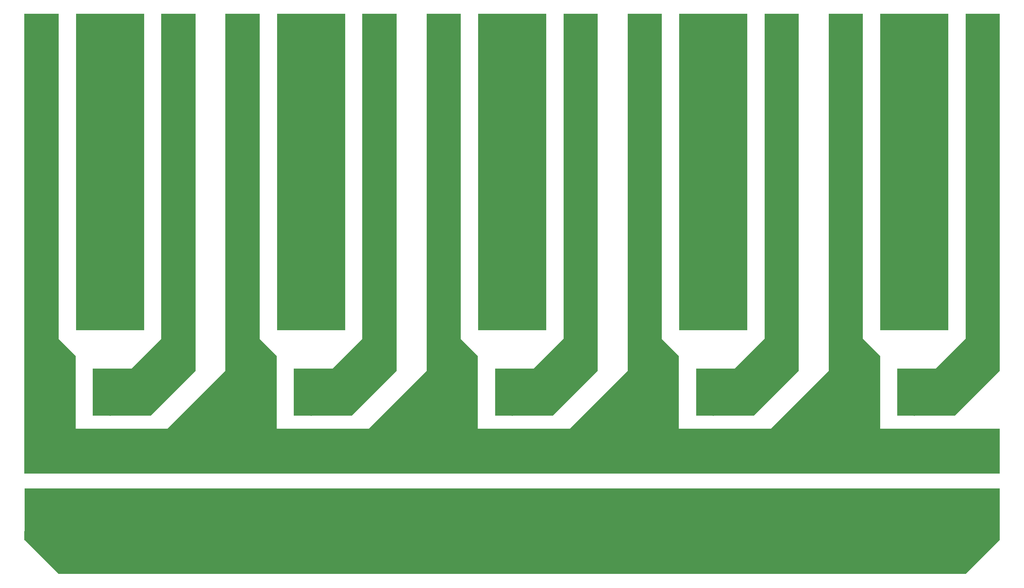
<source format=gbl>
G04*
G04 #@! TF.GenerationSoftware,Altium Limited,Altium Designer,18.1.7 (191)*
G04*
G04 Layer_Physical_Order=2*
G04 Layer_Color=16711680*
%FSLAX44Y44*%
%MOMM*%
G71*
G01*
G75*
%ADD21R,8.0000X8.0000*%
%ADD22C,2.0000*%
%ADD23O,2.4000X4.0000*%
%ADD24O,2.4000X2.6000*%
%ADD25R,16.0000X74.0000*%
%ADD26R,40.0000X12.0000*%
%ADD27R,47.5000X12.0000*%
G36*
X2715000Y1425000D02*
X2610000Y1320000D01*
Y1320000D01*
X2475000D01*
Y1430000D01*
X2565000D01*
X2635000Y1500000D01*
Y2260000D01*
X2715000D01*
Y1425000D01*
D02*
G37*
G36*
X2245000D02*
X2140000Y1320000D01*
Y1320000D01*
X2005000D01*
Y1430000D01*
X2095000D01*
X2165000Y1500000D01*
Y2260000D01*
X2245000D01*
Y1425000D01*
D02*
G37*
G36*
X1775000D02*
X1670000Y1320000D01*
Y1320000D01*
X1535000D01*
Y1430000D01*
X1625000D01*
X1695000Y1500000D01*
Y2260000D01*
X1775000D01*
Y1425000D01*
D02*
G37*
G36*
X1305000D02*
X1200000Y1320000D01*
Y1320000D01*
X1065000D01*
Y1430000D01*
X1155000D01*
X1225000Y1500000D01*
Y2260000D01*
X1305000D01*
Y1425000D01*
D02*
G37*
G36*
X835000D02*
X730000Y1320000D01*
Y1320000D01*
X595000D01*
Y1430000D01*
X685000D01*
X755000Y1500000D01*
Y2260000D01*
X835000D01*
Y1425000D01*
D02*
G37*
G36*
X2395000Y1500000D02*
X2435000Y1460000D01*
Y1290000D01*
X2650000D01*
X2715000Y1290000D01*
X2715000Y1185000D01*
X2320000Y1185000D01*
Y1185000D01*
X1850000Y1185000D01*
Y1185000D01*
X1380000Y1185000D01*
Y1185000D01*
X910000Y1185000D01*
Y1185000D01*
X435000Y1185000D01*
Y2260000D01*
X515000D01*
Y1500000D01*
X555000Y1460000D01*
Y1290000D01*
X770000D01*
X905000Y1425000D01*
Y2260000D01*
X985000D01*
Y1500000D01*
X1025000Y1460000D01*
Y1290000D01*
X1240000D01*
X1375000Y1425000D01*
X1375000Y2260000D01*
X1455000D01*
Y1500000D01*
X1495000Y1460000D01*
Y1290000D01*
X1710000D01*
X1845000Y1425000D01*
X1845000Y2260000D01*
X1925000D01*
Y1500000D01*
X1965000Y1460000D01*
Y1290000D01*
X2180000D01*
X2315000Y1425000D01*
X2315000Y2260000D01*
X2395000D01*
Y1500000D01*
D02*
G37*
G36*
X2715000Y1030000D02*
X2635000Y950000D01*
X515000Y950000D01*
X435000Y1030000D01*
Y1050000D01*
X2715000Y1050000D01*
X2715000Y1030000D01*
D02*
G37*
D21*
X490000Y1090000D02*
D03*
X490000Y1235000D02*
D03*
X2660000D02*
D03*
Y1090000D02*
D03*
D22*
X2452500Y1560000D02*
D03*
X2377500D02*
D03*
X2652500Y2240000D02*
D03*
X2577500D02*
D03*
X2652500Y2070000D02*
D03*
X2577500D02*
D03*
X2655000Y1900000D02*
D03*
X2580000D02*
D03*
X2652500Y1730000D02*
D03*
X2577500D02*
D03*
X2652500Y1560000D02*
D03*
X2577500D02*
D03*
X2452500Y2240000D02*
D03*
X2377500D02*
D03*
X2452500Y1730000D02*
D03*
X2377500D02*
D03*
X2452500Y2070000D02*
D03*
X2377500D02*
D03*
X2452500Y1900000D02*
D03*
X2377500D02*
D03*
X1982500Y1560000D02*
D03*
X1907500D02*
D03*
X2182500Y2240000D02*
D03*
X2107500D02*
D03*
X2182500Y2070000D02*
D03*
X2107500D02*
D03*
X2185000Y1900000D02*
D03*
X2110000D02*
D03*
X2182500Y1730000D02*
D03*
X2107500D02*
D03*
X2182500Y1560000D02*
D03*
X2107500D02*
D03*
X1982500Y2240000D02*
D03*
X1907500D02*
D03*
X1982500Y1730000D02*
D03*
X1907500D02*
D03*
X1982500Y2070000D02*
D03*
X1907500D02*
D03*
X1982500Y1900000D02*
D03*
X1907500D02*
D03*
X1512500Y1560000D02*
D03*
X1437500D02*
D03*
X1712500Y2240000D02*
D03*
X1637500D02*
D03*
X1712500Y2070000D02*
D03*
X1637500D02*
D03*
X1715000Y1900000D02*
D03*
X1640000D02*
D03*
X1712500Y1730000D02*
D03*
X1637500D02*
D03*
X1712500Y1560000D02*
D03*
X1637500D02*
D03*
X1512500Y2240000D02*
D03*
X1437500D02*
D03*
X1512500Y1730000D02*
D03*
X1437500D02*
D03*
X1512500Y2070000D02*
D03*
X1437500D02*
D03*
X1512500Y1900000D02*
D03*
X1437500D02*
D03*
X1042500Y1560000D02*
D03*
X967500D02*
D03*
X1242500Y2240000D02*
D03*
X1167500D02*
D03*
X1242500Y2070000D02*
D03*
X1167500D02*
D03*
X1245000Y1900000D02*
D03*
X1170000D02*
D03*
X1242500Y1730000D02*
D03*
X1167500D02*
D03*
X1242500Y1560000D02*
D03*
X1167500D02*
D03*
X1042500Y2240000D02*
D03*
X967500D02*
D03*
X1042500Y1730000D02*
D03*
X967500D02*
D03*
X1042500Y2070000D02*
D03*
X967500D02*
D03*
X1042500Y1900000D02*
D03*
X967500D02*
D03*
X772500Y1560000D02*
D03*
X697500D02*
D03*
X772500Y1730000D02*
D03*
X697500D02*
D03*
X775000Y1900000D02*
D03*
X700000D02*
D03*
X772500Y2070000D02*
D03*
X697500D02*
D03*
X772500Y2240000D02*
D03*
X697500D02*
D03*
X572500Y1560000D02*
D03*
X497500D02*
D03*
X572500Y1730000D02*
D03*
X497500D02*
D03*
X572500Y1900000D02*
D03*
X497500D02*
D03*
X572500Y2070000D02*
D03*
X497500D02*
D03*
X572500Y2240000D02*
D03*
X497500D02*
D03*
D23*
X2515000Y1340000D02*
D03*
Y1125000D02*
D03*
X2045000Y1340000D02*
D03*
Y1125000D02*
D03*
X1575000Y1340000D02*
D03*
Y1125000D02*
D03*
X1105000Y1340000D02*
D03*
Y1125000D02*
D03*
X635000D02*
D03*
Y1340000D02*
D03*
D24*
X2515000Y1410000D02*
D03*
Y1055000D02*
D03*
X2045000Y1410000D02*
D03*
Y1055000D02*
D03*
X1575000Y1410000D02*
D03*
Y1055000D02*
D03*
X1105000Y1410000D02*
D03*
Y1055000D02*
D03*
X635000D02*
D03*
Y1410000D02*
D03*
D25*
X2515000Y1890000D02*
D03*
X2045000D02*
D03*
X1575000D02*
D03*
X1105000D02*
D03*
X635000D02*
D03*
D26*
X2515000Y1090000D02*
D03*
D27*
X2082500D02*
D03*
X1612500D02*
D03*
X1142500D02*
D03*
X672500D02*
D03*
M02*

</source>
